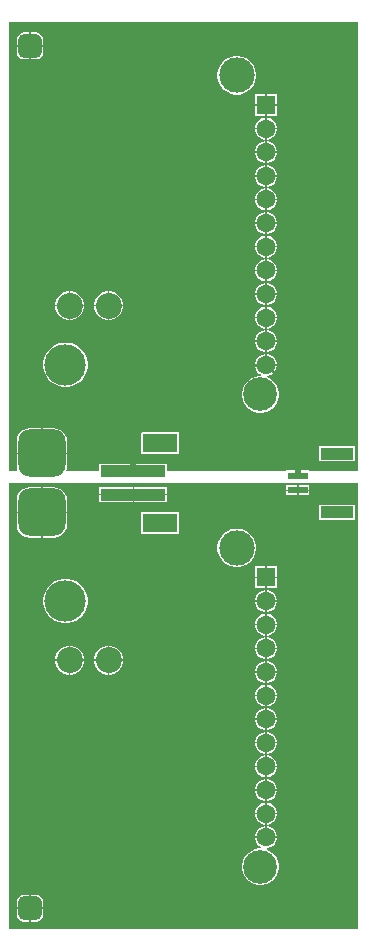
<source format=gtl>
G04*
G04 #@! TF.GenerationSoftware,Altium Limited,Altium Designer,24.9.1 (31)*
G04*
G04 Layer_Physical_Order=1*
G04 Layer_Color=255*
%FSLAX44Y44*%
%MOMM*%
G71*
G04*
G04 #@! TF.SameCoordinates,B8B67402-8590-40DF-8F2E-53978CF21371*
G04*
G04*
G04 #@! TF.FilePolarity,Positive*
G04*
G01*
G75*
%ADD12C,0.2540*%
%ADD13R,3.0000X1.6000*%
%ADD14R,5.5000X1.0000*%
%ADD15R,1.7000X0.6000*%
%ADD16R,2.8000X1.0000*%
%ADD25C,0.5000*%
%ADD26C,2.2000*%
%ADD27C,2.8500*%
%ADD28C,3.0000*%
%ADD29C,1.6000*%
%ADD30R,1.6000X1.6000*%
G04:AMPARAMS|DCode=31|XSize=4mm|YSize=4mm|CornerRadius=1mm|HoleSize=0mm|Usage=FLASHONLY|Rotation=0.000|XOffset=0mm|YOffset=0mm|HoleType=Round|Shape=RoundedRectangle|*
%AMROUNDEDRECTD31*
21,1,4.0000,2.0000,0,0,0.0*
21,1,2.0000,4.0000,0,0,0.0*
1,1,2.0000,1.0000,-1.0000*
1,1,2.0000,-1.0000,-1.0000*
1,1,2.0000,-1.0000,1.0000*
1,1,2.0000,1.0000,1.0000*
%
%ADD31ROUNDEDRECTD31*%
G04:AMPARAMS|DCode=32|XSize=2mm|YSize=2mm|CornerRadius=0.5mm|HoleSize=0mm|Usage=FLASHONLY|Rotation=0.000|XOffset=0mm|YOffset=0mm|HoleType=Round|Shape=RoundedRectangle|*
%AMROUNDEDRECTD32*
21,1,2.0000,1.0000,0,0,0.0*
21,1,1.0000,2.0000,0,0,0.0*
1,1,1.0000,0.5000,-0.5000*
1,1,1.0000,-0.5000,-0.5000*
1,1,1.0000,-0.5000,0.5000*
1,1,1.0000,0.5000,0.5000*
%
%ADD32ROUNDEDRECTD32*%
%ADD33C,3.5000*%
G36*
X-302039Y102039D02*
X-597961D01*
Y480000D01*
X-302039D01*
Y102039D01*
D02*
G37*
G36*
Y490000D02*
X-343480D01*
Y490520D01*
X-363020D01*
Y490000D01*
X-463730D01*
Y496270D01*
X-491865D01*
Y490000D01*
X-493135D01*
Y496270D01*
X-521270D01*
Y490000D01*
X-548730D01*
X-549435Y491056D01*
X-549020Y492058D01*
X-548633Y495000D01*
Y504365D01*
X-591367D01*
Y495000D01*
X-590980Y492058D01*
X-590565Y491056D01*
X-591270Y490000D01*
X-597961D01*
Y870000D01*
X-302039D01*
Y490000D01*
D02*
G37*
%LPC*%
G36*
X-343480Y478020D02*
X-352615D01*
Y474385D01*
X-343480D01*
Y478020D01*
D02*
G37*
G36*
X-353885D02*
X-363020D01*
Y474385D01*
X-353885D01*
Y478020D01*
D02*
G37*
G36*
X-463730Y476270D02*
X-491865D01*
Y470635D01*
X-463730D01*
Y476270D01*
D02*
G37*
G36*
X-493135D02*
X-521270D01*
Y470635D01*
X-493135D01*
Y476270D01*
D02*
G37*
G36*
X-343480Y473115D02*
X-352615D01*
Y469480D01*
X-343480D01*
Y473115D01*
D02*
G37*
G36*
X-353885D02*
X-363020D01*
Y469480D01*
X-353885D01*
Y473115D01*
D02*
G37*
G36*
X-463730Y469365D02*
X-491865D01*
Y463730D01*
X-463730D01*
Y469365D01*
D02*
G37*
G36*
X-493135D02*
X-521270D01*
Y463730D01*
X-493135D01*
Y469365D01*
D02*
G37*
G36*
X-560000Y476367D02*
X-569365D01*
Y455635D01*
X-548633D01*
Y465000D01*
X-549020Y467942D01*
X-550156Y470684D01*
X-551962Y473038D01*
X-554316Y474844D01*
X-557058Y475980D01*
X-560000Y476367D01*
D02*
G37*
G36*
X-570635D02*
X-580000D01*
X-582942Y475980D01*
X-585684Y474844D01*
X-588038Y473038D01*
X-589844Y470684D01*
X-590980Y467942D01*
X-591367Y465000D01*
Y455635D01*
X-570635D01*
Y476367D01*
D02*
G37*
G36*
X-304480Y461520D02*
X-335020D01*
Y448980D01*
X-304480D01*
Y461520D01*
D02*
G37*
G36*
X-453730Y455270D02*
X-486270D01*
Y436730D01*
X-453730D01*
Y455270D01*
D02*
G37*
G36*
X-548633Y454365D02*
X-569365D01*
Y433633D01*
X-560000D01*
X-557058Y434020D01*
X-554316Y435156D01*
X-551962Y436962D01*
X-550156Y439316D01*
X-549020Y442058D01*
X-548633Y445000D01*
Y454365D01*
D02*
G37*
G36*
X-570635D02*
X-591367D01*
Y445000D01*
X-590980Y442058D01*
X-589844Y439316D01*
X-588038Y436962D01*
X-585684Y435156D01*
X-582942Y434020D01*
X-580000Y433633D01*
X-570635D01*
Y454365D01*
D02*
G37*
G36*
X-403397Y441270D02*
X-406603D01*
X-409746Y440645D01*
X-412707Y439418D01*
X-415372Y437638D01*
X-417638Y435372D01*
X-419418Y432707D01*
X-420645Y429746D01*
X-421270Y426603D01*
Y423398D01*
X-420645Y420254D01*
X-419418Y417293D01*
X-417638Y414628D01*
X-415372Y412362D01*
X-412707Y410582D01*
X-409746Y409355D01*
X-406603Y408730D01*
X-403397D01*
X-400254Y409355D01*
X-397293Y410582D01*
X-394628Y412362D01*
X-392362Y414628D01*
X-390582Y417293D01*
X-389355Y420254D01*
X-388730Y423398D01*
Y426603D01*
X-389355Y429746D01*
X-390582Y432707D01*
X-392362Y435372D01*
X-394628Y437638D01*
X-397293Y439418D01*
X-400254Y440645D01*
X-403397Y441270D01*
D02*
G37*
G36*
X-370730Y409270D02*
X-379365D01*
Y400635D01*
X-370730D01*
Y409270D01*
D02*
G37*
G36*
X-380635D02*
X-389270D01*
Y400635D01*
X-380635D01*
Y409270D01*
D02*
G37*
G36*
X-370730Y399365D02*
X-379365D01*
Y390730D01*
X-370730D01*
Y399365D01*
D02*
G37*
G36*
X-380635D02*
X-389270D01*
Y390730D01*
X-380635D01*
Y399365D01*
D02*
G37*
G36*
X-378780Y389270D02*
X-379365D01*
Y380635D01*
X-370730D01*
Y381220D01*
X-371362Y383578D01*
X-372582Y385692D01*
X-374308Y387418D01*
X-376422Y388638D01*
X-378780Y389270D01*
D02*
G37*
G36*
X-380635D02*
X-381220D01*
X-383578Y388638D01*
X-385692Y387418D01*
X-387418Y385692D01*
X-388638Y383578D01*
X-389270Y381220D01*
Y380635D01*
X-380635D01*
Y389270D01*
D02*
G37*
G36*
X-370730Y379365D02*
X-379365D01*
Y370730D01*
X-378780D01*
X-376422Y371362D01*
X-374308Y372582D01*
X-372582Y374308D01*
X-371362Y376422D01*
X-370730Y378780D01*
Y379365D01*
D02*
G37*
G36*
X-380635D02*
X-389270D01*
Y378780D01*
X-388638Y376422D01*
X-387418Y374308D01*
X-385692Y372582D01*
X-383578Y371362D01*
X-381220Y370730D01*
X-380635D01*
Y379365D01*
D02*
G37*
G36*
X-548151Y398770D02*
X-551849D01*
X-555475Y398049D01*
X-558891Y396634D01*
X-561965Y394580D01*
X-564580Y391965D01*
X-566634Y388891D01*
X-568049Y385475D01*
X-568770Y381849D01*
Y378151D01*
X-568049Y374525D01*
X-566634Y371109D01*
X-564580Y368035D01*
X-561965Y365420D01*
X-558891Y363366D01*
X-555475Y361951D01*
X-551849Y361230D01*
X-548151D01*
X-544525Y361951D01*
X-541109Y363366D01*
X-538035Y365420D01*
X-535420Y368035D01*
X-533366Y371109D01*
X-531951Y374525D01*
X-531230Y378151D01*
Y381849D01*
X-531951Y385475D01*
X-533366Y388891D01*
X-535420Y391965D01*
X-538035Y394580D01*
X-541109Y396634D01*
X-544525Y398049D01*
X-548151Y398770D01*
D02*
G37*
G36*
X-378780Y369270D02*
X-379365D01*
Y360635D01*
X-370730D01*
Y361220D01*
X-371362Y363578D01*
X-372582Y365692D01*
X-374308Y367418D01*
X-376422Y368638D01*
X-378780Y369270D01*
D02*
G37*
G36*
X-380635D02*
X-381220D01*
X-383578Y368638D01*
X-385692Y367418D01*
X-387418Y365692D01*
X-388638Y363578D01*
X-389270Y361220D01*
Y360635D01*
X-380635D01*
Y369270D01*
D02*
G37*
G36*
X-370730Y359365D02*
X-379365D01*
Y350730D01*
X-378780D01*
X-376422Y351362D01*
X-374308Y352582D01*
X-372582Y354308D01*
X-371362Y356422D01*
X-370730Y358780D01*
Y359365D01*
D02*
G37*
G36*
X-380635D02*
X-389270D01*
Y358780D01*
X-388638Y356422D01*
X-387418Y354308D01*
X-385692Y352582D01*
X-383578Y351362D01*
X-381220Y350730D01*
X-380635D01*
Y359365D01*
D02*
G37*
G36*
X-378780Y349270D02*
X-379365D01*
Y340635D01*
X-370730D01*
Y341220D01*
X-371362Y343578D01*
X-372582Y345692D01*
X-374308Y347418D01*
X-376422Y348638D01*
X-378780Y349270D01*
D02*
G37*
G36*
X-380635D02*
X-381220D01*
X-383578Y348638D01*
X-385692Y347418D01*
X-387418Y345692D01*
X-388638Y343578D01*
X-389270Y341220D01*
Y340635D01*
X-380635D01*
Y349270D01*
D02*
G37*
G36*
X-370730Y339365D02*
X-379365D01*
Y330730D01*
X-378780D01*
X-376422Y331362D01*
X-374308Y332582D01*
X-372582Y334308D01*
X-371362Y336422D01*
X-370730Y338780D01*
Y339365D01*
D02*
G37*
G36*
X-380635D02*
X-389270D01*
Y338780D01*
X-388638Y336422D01*
X-387418Y334308D01*
X-385692Y332582D01*
X-383578Y331362D01*
X-381220Y330730D01*
X-380635D01*
Y339365D01*
D02*
G37*
G36*
X-511885Y342270D02*
X-512865D01*
Y330635D01*
X-501230D01*
Y331615D01*
X-502066Y334736D01*
X-503682Y337534D01*
X-505966Y339818D01*
X-508764Y341434D01*
X-511885Y342270D01*
D02*
G37*
G36*
X-544885D02*
X-545865D01*
Y330635D01*
X-534230D01*
Y331615D01*
X-535066Y334736D01*
X-536682Y337534D01*
X-538966Y339818D01*
X-541764Y341434D01*
X-544885Y342270D01*
D02*
G37*
G36*
X-547135D02*
X-548115D01*
X-551236Y341434D01*
X-554034Y339818D01*
X-556318Y337534D01*
X-557934Y334736D01*
X-558770Y331615D01*
Y330635D01*
X-547135D01*
Y342270D01*
D02*
G37*
G36*
X-514135D02*
X-515115D01*
X-518236Y341434D01*
X-521034Y339818D01*
X-523318Y337534D01*
X-524934Y334736D01*
X-525770Y331615D01*
Y330635D01*
X-514135D01*
Y342270D01*
D02*
G37*
G36*
X-378780Y329270D02*
X-379365D01*
Y320635D01*
X-370730D01*
Y321220D01*
X-371362Y323578D01*
X-372582Y325692D01*
X-374308Y327418D01*
X-376422Y328638D01*
X-378780Y329270D01*
D02*
G37*
G36*
X-380635D02*
X-381220D01*
X-383578Y328638D01*
X-385692Y327418D01*
X-387418Y325692D01*
X-388638Y323578D01*
X-389270Y321220D01*
Y320635D01*
X-380635D01*
Y329270D01*
D02*
G37*
G36*
X-501230Y329365D02*
X-512865D01*
Y317730D01*
X-511885D01*
X-508764Y318566D01*
X-505966Y320182D01*
X-503682Y322466D01*
X-502066Y325264D01*
X-501230Y328385D01*
Y329365D01*
D02*
G37*
G36*
X-514135D02*
X-525770D01*
Y328385D01*
X-524934Y325264D01*
X-523318Y322466D01*
X-521034Y320182D01*
X-518236Y318566D01*
X-515115Y317730D01*
X-514135D01*
Y329365D01*
D02*
G37*
G36*
X-534230D02*
X-545865D01*
Y317730D01*
X-544885D01*
X-541764Y318566D01*
X-538966Y320182D01*
X-536682Y322466D01*
X-535066Y325264D01*
X-534230Y328385D01*
Y329365D01*
D02*
G37*
G36*
X-547135D02*
X-558770D01*
Y328385D01*
X-557934Y325264D01*
X-556318Y322466D01*
X-554034Y320182D01*
X-551236Y318566D01*
X-548115Y317730D01*
X-547135D01*
Y329365D01*
D02*
G37*
G36*
X-370730Y319365D02*
X-379365D01*
Y310730D01*
X-378780D01*
X-376422Y311362D01*
X-374308Y312582D01*
X-372582Y314308D01*
X-371362Y316422D01*
X-370730Y318780D01*
Y319365D01*
D02*
G37*
G36*
X-380635D02*
X-389270D01*
Y318780D01*
X-388638Y316422D01*
X-387418Y314308D01*
X-385692Y312582D01*
X-383578Y311362D01*
X-381220Y310730D01*
X-380635D01*
Y319365D01*
D02*
G37*
G36*
X-378780Y309270D02*
X-379365D01*
Y300635D01*
X-370730D01*
Y301220D01*
X-371362Y303578D01*
X-372582Y305692D01*
X-374308Y307418D01*
X-376422Y308638D01*
X-378780Y309270D01*
D02*
G37*
G36*
X-380635D02*
X-381220D01*
X-383578Y308638D01*
X-385692Y307418D01*
X-387418Y305692D01*
X-388638Y303578D01*
X-389270Y301220D01*
Y300635D01*
X-380635D01*
Y309270D01*
D02*
G37*
G36*
X-370730Y299365D02*
X-379365D01*
Y290730D01*
X-378780D01*
X-376422Y291362D01*
X-374308Y292582D01*
X-372582Y294308D01*
X-371362Y296422D01*
X-370730Y298780D01*
Y299365D01*
D02*
G37*
G36*
X-380635D02*
X-389270D01*
Y298780D01*
X-388638Y296422D01*
X-387418Y294308D01*
X-385692Y292582D01*
X-383578Y291362D01*
X-381220Y290730D01*
X-380635D01*
Y299365D01*
D02*
G37*
G36*
X-378780Y289270D02*
X-379365D01*
Y280635D01*
X-370730D01*
Y281220D01*
X-371362Y283578D01*
X-372582Y285692D01*
X-374308Y287418D01*
X-376422Y288638D01*
X-378780Y289270D01*
D02*
G37*
G36*
X-380635D02*
X-381220D01*
X-383578Y288638D01*
X-385692Y287418D01*
X-387418Y285692D01*
X-388638Y283578D01*
X-389270Y281220D01*
Y280635D01*
X-380635D01*
Y289270D01*
D02*
G37*
G36*
X-370730Y279365D02*
X-379365D01*
Y270730D01*
X-378780D01*
X-376422Y271362D01*
X-374308Y272582D01*
X-372582Y274308D01*
X-371362Y276422D01*
X-370730Y278780D01*
Y279365D01*
D02*
G37*
G36*
X-380635D02*
X-389270D01*
Y278780D01*
X-388638Y276422D01*
X-387418Y274308D01*
X-385692Y272582D01*
X-383578Y271362D01*
X-381220Y270730D01*
X-380635D01*
Y279365D01*
D02*
G37*
G36*
X-378780Y269270D02*
X-379365D01*
Y260635D01*
X-370730D01*
Y261220D01*
X-371362Y263578D01*
X-372582Y265692D01*
X-374308Y267418D01*
X-376422Y268638D01*
X-378780Y269270D01*
D02*
G37*
G36*
X-380635D02*
X-381220D01*
X-383578Y268638D01*
X-385692Y267418D01*
X-387418Y265692D01*
X-388638Y263578D01*
X-389270Y261220D01*
Y260635D01*
X-380635D01*
Y269270D01*
D02*
G37*
G36*
X-370730Y259365D02*
X-379365D01*
Y250730D01*
X-378780D01*
X-376422Y251362D01*
X-374308Y252582D01*
X-372582Y254308D01*
X-371362Y256422D01*
X-370730Y258780D01*
Y259365D01*
D02*
G37*
G36*
X-380635D02*
X-389270D01*
Y258780D01*
X-388638Y256422D01*
X-387418Y254308D01*
X-385692Y252582D01*
X-383578Y251362D01*
X-381220Y250730D01*
X-380635D01*
Y259365D01*
D02*
G37*
G36*
X-378780Y249270D02*
X-379365D01*
Y240635D01*
X-370730D01*
Y241220D01*
X-371362Y243578D01*
X-372582Y245692D01*
X-374308Y247418D01*
X-376422Y248638D01*
X-378780Y249270D01*
D02*
G37*
G36*
X-380635D02*
X-381220D01*
X-383578Y248638D01*
X-385692Y247418D01*
X-387418Y245692D01*
X-388638Y243578D01*
X-389270Y241220D01*
Y240635D01*
X-380635D01*
Y249270D01*
D02*
G37*
G36*
X-370730Y239365D02*
X-379365D01*
Y230730D01*
X-378780D01*
X-376422Y231362D01*
X-374308Y232582D01*
X-372582Y234308D01*
X-371362Y236422D01*
X-370730Y238780D01*
Y239365D01*
D02*
G37*
G36*
X-380635D02*
X-389270D01*
Y238780D01*
X-388638Y236422D01*
X-387418Y234308D01*
X-385692Y232582D01*
X-383578Y231362D01*
X-381220Y230730D01*
X-380635D01*
Y239365D01*
D02*
G37*
G36*
X-378780Y229270D02*
X-379365D01*
Y220635D01*
X-370730D01*
Y221220D01*
X-371362Y223578D01*
X-372582Y225692D01*
X-374308Y227418D01*
X-376422Y228638D01*
X-378780Y229270D01*
D02*
G37*
G36*
X-380635D02*
X-381220D01*
X-383578Y228638D01*
X-385692Y227418D01*
X-387418Y225692D01*
X-388638Y223578D01*
X-389270Y221220D01*
Y220635D01*
X-380635D01*
Y229270D01*
D02*
G37*
G36*
X-370730Y219365D02*
X-379365D01*
Y210730D01*
X-378780D01*
X-376422Y211362D01*
X-374308Y212582D01*
X-372582Y214308D01*
X-371362Y216422D01*
X-370730Y218780D01*
Y219365D01*
D02*
G37*
G36*
X-380635D02*
X-389270D01*
Y218780D01*
X-388638Y216422D01*
X-387418Y214308D01*
X-385692Y212582D01*
X-383578Y211362D01*
X-381220Y210730D01*
X-380635D01*
Y219365D01*
D02*
G37*
G36*
X-378780Y209270D02*
X-379365D01*
Y200635D01*
X-370730D01*
Y201220D01*
X-371362Y203578D01*
X-372582Y205692D01*
X-374308Y207418D01*
X-376422Y208638D01*
X-378780Y209270D01*
D02*
G37*
G36*
X-380635D02*
X-381220D01*
X-383578Y208638D01*
X-385692Y207418D01*
X-387418Y205692D01*
X-388638Y203578D01*
X-389270Y201220D01*
Y200635D01*
X-380635D01*
Y209270D01*
D02*
G37*
G36*
X-370730Y199365D02*
X-379365D01*
Y190730D01*
X-378780D01*
X-376422Y191362D01*
X-374308Y192582D01*
X-372582Y194308D01*
X-371362Y196422D01*
X-370730Y198780D01*
Y199365D01*
D02*
G37*
G36*
X-380635D02*
X-389270D01*
Y198780D01*
X-388638Y196422D01*
X-387418Y194308D01*
X-385692Y192582D01*
X-383578Y191362D01*
X-381220Y190730D01*
X-380635D01*
Y199365D01*
D02*
G37*
G36*
X-378780Y189270D02*
X-379365D01*
Y180635D01*
X-370730D01*
Y181220D01*
X-371362Y183578D01*
X-372582Y185692D01*
X-374308Y187418D01*
X-376422Y188638D01*
X-378780Y189270D01*
D02*
G37*
G36*
X-380635D02*
X-381220D01*
X-383578Y188638D01*
X-385692Y187418D01*
X-387418Y185692D01*
X-388638Y183578D01*
X-389270Y181220D01*
Y180635D01*
X-380635D01*
Y189270D01*
D02*
G37*
G36*
X-370730Y179365D02*
X-380000D01*
X-389270D01*
Y178780D01*
X-388638Y176422D01*
X-387418Y174308D01*
X-385692Y172582D01*
X-384320Y171790D01*
X-384660Y170520D01*
X-386529D01*
X-389527Y169923D01*
X-392351Y168754D01*
X-394893Y167055D01*
X-397055Y164893D01*
X-398754Y162351D01*
X-399924Y159527D01*
X-400520Y156529D01*
Y153471D01*
X-399924Y150473D01*
X-398754Y147648D01*
X-397055Y145107D01*
X-394893Y142945D01*
X-392351Y141246D01*
X-389527Y140077D01*
X-386529Y139480D01*
X-383471D01*
X-380473Y140077D01*
X-377649Y141246D01*
X-375107Y142945D01*
X-372945Y145107D01*
X-371246Y147648D01*
X-370076Y150473D01*
X-369480Y153471D01*
Y156529D01*
X-370076Y159527D01*
X-371246Y162351D01*
X-372945Y164893D01*
X-375107Y167055D01*
X-377649Y168754D01*
X-379354Y169460D01*
X-379101Y170730D01*
X-378780D01*
X-376422Y171362D01*
X-374308Y172582D01*
X-372582Y174308D01*
X-371362Y176422D01*
X-370730Y178780D01*
Y179365D01*
D02*
G37*
G36*
X-575000Y131393D02*
X-579365D01*
Y120635D01*
X-568607D01*
Y125000D01*
X-569094Y127446D01*
X-570480Y129520D01*
X-572554Y130906D01*
X-575000Y131393D01*
D02*
G37*
G36*
X-580635D02*
X-585000D01*
X-587447Y130906D01*
X-589520Y129520D01*
X-590906Y127446D01*
X-591393Y125000D01*
Y120635D01*
X-580635D01*
Y131393D01*
D02*
G37*
G36*
X-568607Y119365D02*
X-579365D01*
Y108607D01*
X-575000D01*
X-572554Y109094D01*
X-570480Y110480D01*
X-569094Y112554D01*
X-568607Y115000D01*
Y119365D01*
D02*
G37*
G36*
X-580635D02*
X-591393D01*
Y115000D01*
X-590906Y112554D01*
X-589520Y110480D01*
X-587447Y109094D01*
X-585000Y108607D01*
X-580635D01*
Y119365D01*
D02*
G37*
G36*
X-575000Y861393D02*
X-579365D01*
Y850635D01*
X-568607D01*
Y855000D01*
X-569094Y857446D01*
X-570480Y859520D01*
X-572554Y860906D01*
X-575000Y861393D01*
D02*
G37*
G36*
X-580635D02*
X-585000D01*
X-587447Y860906D01*
X-589520Y859520D01*
X-590906Y857446D01*
X-591393Y855000D01*
Y850635D01*
X-580635D01*
Y861393D01*
D02*
G37*
G36*
X-568607Y849365D02*
X-579365D01*
Y838607D01*
X-575000D01*
X-572554Y839094D01*
X-570480Y840480D01*
X-569094Y842554D01*
X-568607Y845000D01*
Y849365D01*
D02*
G37*
G36*
X-580635D02*
X-591393D01*
Y845000D01*
X-590906Y842554D01*
X-589520Y840480D01*
X-587447Y839094D01*
X-585000Y838607D01*
X-580635D01*
Y849365D01*
D02*
G37*
G36*
X-403397Y841270D02*
X-406603D01*
X-409746Y840645D01*
X-412707Y839418D01*
X-415372Y837638D01*
X-417638Y835371D01*
X-419418Y832707D01*
X-420645Y829746D01*
X-421270Y826602D01*
Y823398D01*
X-420645Y820254D01*
X-419418Y817293D01*
X-417638Y814629D01*
X-415372Y812362D01*
X-412707Y810582D01*
X-409746Y809355D01*
X-406603Y808730D01*
X-403397D01*
X-400254Y809355D01*
X-397293Y810582D01*
X-394628Y812362D01*
X-392362Y814629D01*
X-390582Y817293D01*
X-389355Y820254D01*
X-388730Y823398D01*
Y826602D01*
X-389355Y829746D01*
X-390582Y832707D01*
X-392362Y835371D01*
X-394628Y837638D01*
X-397293Y839418D01*
X-400254Y840645D01*
X-403397Y841270D01*
D02*
G37*
G36*
X-370730Y809270D02*
X-379365D01*
Y800635D01*
X-370730D01*
Y809270D01*
D02*
G37*
G36*
X-380635D02*
X-389270D01*
Y800635D01*
X-380635D01*
Y809270D01*
D02*
G37*
G36*
X-370730Y799365D02*
X-379365D01*
Y790730D01*
X-370730D01*
Y799365D01*
D02*
G37*
G36*
X-380635D02*
X-389270D01*
Y790730D01*
X-380635D01*
Y799365D01*
D02*
G37*
G36*
X-378780Y789270D02*
X-379365D01*
Y780635D01*
X-370730D01*
Y781220D01*
X-371362Y783578D01*
X-372582Y785692D01*
X-374308Y787418D01*
X-376422Y788638D01*
X-378780Y789270D01*
D02*
G37*
G36*
X-380635D02*
X-381220D01*
X-383578Y788638D01*
X-385692Y787418D01*
X-387418Y785692D01*
X-388638Y783578D01*
X-389270Y781220D01*
Y780635D01*
X-380635D01*
Y789270D01*
D02*
G37*
G36*
X-370730Y779365D02*
X-379365D01*
Y770730D01*
X-378780D01*
X-376422Y771362D01*
X-374308Y772582D01*
X-372582Y774308D01*
X-371362Y776422D01*
X-370730Y778780D01*
Y779365D01*
D02*
G37*
G36*
X-380635D02*
X-389270D01*
Y778780D01*
X-388638Y776422D01*
X-387418Y774308D01*
X-385692Y772582D01*
X-383578Y771362D01*
X-381220Y770730D01*
X-380635D01*
Y779365D01*
D02*
G37*
G36*
X-378780Y769270D02*
X-379365D01*
Y760635D01*
X-370730D01*
Y761220D01*
X-371362Y763578D01*
X-372582Y765692D01*
X-374308Y767418D01*
X-376422Y768638D01*
X-378780Y769270D01*
D02*
G37*
G36*
X-380635D02*
X-381220D01*
X-383578Y768638D01*
X-385692Y767418D01*
X-387418Y765692D01*
X-388638Y763578D01*
X-389270Y761220D01*
Y760635D01*
X-380635D01*
Y769270D01*
D02*
G37*
G36*
X-370730Y759365D02*
X-379365D01*
Y750730D01*
X-378780D01*
X-376422Y751362D01*
X-374308Y752582D01*
X-372582Y754308D01*
X-371362Y756422D01*
X-370730Y758780D01*
Y759365D01*
D02*
G37*
G36*
X-380635D02*
X-389270D01*
Y758780D01*
X-388638Y756422D01*
X-387418Y754308D01*
X-385692Y752582D01*
X-383578Y751362D01*
X-381220Y750730D01*
X-380635D01*
Y759365D01*
D02*
G37*
G36*
X-378780Y749270D02*
X-379365D01*
Y740635D01*
X-370730D01*
Y741220D01*
X-371362Y743578D01*
X-372582Y745692D01*
X-374308Y747418D01*
X-376422Y748638D01*
X-378780Y749270D01*
D02*
G37*
G36*
X-380635D02*
X-381220D01*
X-383578Y748638D01*
X-385692Y747418D01*
X-387418Y745692D01*
X-388638Y743578D01*
X-389270Y741220D01*
Y740635D01*
X-380635D01*
Y749270D01*
D02*
G37*
G36*
X-370730Y739365D02*
X-379365D01*
Y730730D01*
X-378780D01*
X-376422Y731362D01*
X-374308Y732582D01*
X-372582Y734308D01*
X-371362Y736422D01*
X-370730Y738780D01*
Y739365D01*
D02*
G37*
G36*
X-380635D02*
X-389270D01*
Y738780D01*
X-388638Y736422D01*
X-387418Y734308D01*
X-385692Y732582D01*
X-383578Y731362D01*
X-381220Y730730D01*
X-380635D01*
Y739365D01*
D02*
G37*
G36*
X-378780Y729270D02*
X-379365D01*
Y720635D01*
X-370730D01*
Y721220D01*
X-371362Y723578D01*
X-372582Y725692D01*
X-374308Y727418D01*
X-376422Y728638D01*
X-378780Y729270D01*
D02*
G37*
G36*
X-380635D02*
X-381220D01*
X-383578Y728638D01*
X-385692Y727418D01*
X-387418Y725692D01*
X-388638Y723578D01*
X-389270Y721220D01*
Y720635D01*
X-380635D01*
Y729270D01*
D02*
G37*
G36*
X-370730Y719365D02*
X-379365D01*
Y710730D01*
X-378780D01*
X-376422Y711362D01*
X-374308Y712582D01*
X-372582Y714308D01*
X-371362Y716422D01*
X-370730Y718780D01*
Y719365D01*
D02*
G37*
G36*
X-380635D02*
X-389270D01*
Y718780D01*
X-388638Y716422D01*
X-387418Y714308D01*
X-385692Y712582D01*
X-383578Y711362D01*
X-381220Y710730D01*
X-380635D01*
Y719365D01*
D02*
G37*
G36*
X-378780Y709270D02*
X-379365D01*
Y700635D01*
X-370730D01*
Y701220D01*
X-371362Y703578D01*
X-372582Y705692D01*
X-374308Y707418D01*
X-376422Y708638D01*
X-378780Y709270D01*
D02*
G37*
G36*
X-380635D02*
X-381220D01*
X-383578Y708638D01*
X-385692Y707418D01*
X-387418Y705692D01*
X-388638Y703578D01*
X-389270Y701220D01*
Y700635D01*
X-380635D01*
Y709270D01*
D02*
G37*
G36*
X-370730Y699365D02*
X-379365D01*
Y690730D01*
X-378780D01*
X-376422Y691362D01*
X-374308Y692582D01*
X-372582Y694308D01*
X-371362Y696422D01*
X-370730Y698780D01*
Y699365D01*
D02*
G37*
G36*
X-380635D02*
X-389270D01*
Y698780D01*
X-388638Y696422D01*
X-387418Y694308D01*
X-385692Y692582D01*
X-383578Y691362D01*
X-381220Y690730D01*
X-380635D01*
Y699365D01*
D02*
G37*
G36*
X-378780Y689270D02*
X-379365D01*
Y680635D01*
X-370730D01*
Y681220D01*
X-371362Y683578D01*
X-372582Y685692D01*
X-374308Y687418D01*
X-376422Y688638D01*
X-378780Y689270D01*
D02*
G37*
G36*
X-380635D02*
X-381220D01*
X-383578Y688638D01*
X-385692Y687418D01*
X-387418Y685692D01*
X-388638Y683578D01*
X-389270Y681220D01*
Y680635D01*
X-380635D01*
Y689270D01*
D02*
G37*
G36*
X-370730Y679365D02*
X-379365D01*
Y670730D01*
X-378780D01*
X-376422Y671362D01*
X-374308Y672582D01*
X-372582Y674308D01*
X-371362Y676422D01*
X-370730Y678780D01*
Y679365D01*
D02*
G37*
G36*
X-380635D02*
X-389270D01*
Y678780D01*
X-388638Y676422D01*
X-387418Y674308D01*
X-385692Y672582D01*
X-383578Y671362D01*
X-381220Y670730D01*
X-380635D01*
Y679365D01*
D02*
G37*
G36*
X-378780Y669270D02*
X-379365D01*
Y660635D01*
X-370730D01*
Y661220D01*
X-371362Y663578D01*
X-372582Y665692D01*
X-374308Y667418D01*
X-376422Y668638D01*
X-378780Y669270D01*
D02*
G37*
G36*
X-380635D02*
X-381220D01*
X-383578Y668638D01*
X-385692Y667418D01*
X-387418Y665692D01*
X-388638Y663578D01*
X-389270Y661220D01*
Y660635D01*
X-380635D01*
Y669270D01*
D02*
G37*
G36*
X-370730Y659365D02*
X-379365D01*
Y650730D01*
X-378780D01*
X-376422Y651362D01*
X-374308Y652582D01*
X-372582Y654308D01*
X-371362Y656422D01*
X-370730Y658780D01*
Y659365D01*
D02*
G37*
G36*
X-380635D02*
X-389270D01*
Y658780D01*
X-388638Y656422D01*
X-387418Y654308D01*
X-385692Y652582D01*
X-383578Y651362D01*
X-381220Y650730D01*
X-380635D01*
Y659365D01*
D02*
G37*
G36*
X-378780Y649270D02*
X-379365D01*
Y640635D01*
X-370730D01*
Y641220D01*
X-371362Y643578D01*
X-372582Y645692D01*
X-374308Y647418D01*
X-376422Y648638D01*
X-378780Y649270D01*
D02*
G37*
G36*
X-380635D02*
X-381220D01*
X-383578Y648638D01*
X-385692Y647418D01*
X-387418Y645692D01*
X-388638Y643578D01*
X-389270Y641220D01*
Y640635D01*
X-380635D01*
Y649270D01*
D02*
G37*
G36*
X-370730Y639365D02*
X-379365D01*
Y630730D01*
X-378780D01*
X-376422Y631362D01*
X-374308Y632582D01*
X-372582Y634308D01*
X-371362Y636422D01*
X-370730Y638780D01*
Y639365D01*
D02*
G37*
G36*
X-380635D02*
X-389270D01*
Y638780D01*
X-388638Y636422D01*
X-387418Y634308D01*
X-385692Y632582D01*
X-383578Y631362D01*
X-381220Y630730D01*
X-380635D01*
Y639365D01*
D02*
G37*
G36*
X-511885Y642270D02*
X-512865D01*
Y630635D01*
X-501230D01*
Y631615D01*
X-502066Y634736D01*
X-503682Y637534D01*
X-505966Y639818D01*
X-508764Y641434D01*
X-511885Y642270D01*
D02*
G37*
G36*
X-544885D02*
X-545865D01*
Y630635D01*
X-534230D01*
Y631615D01*
X-535066Y634736D01*
X-536682Y637534D01*
X-538966Y639818D01*
X-541764Y641434D01*
X-544885Y642270D01*
D02*
G37*
G36*
X-514135D02*
X-515115D01*
X-518236Y641434D01*
X-521034Y639818D01*
X-523318Y637534D01*
X-524934Y634736D01*
X-525770Y631615D01*
Y630635D01*
X-514135D01*
Y642270D01*
D02*
G37*
G36*
X-547135D02*
X-548115D01*
X-551236Y641434D01*
X-554034Y639818D01*
X-556318Y637534D01*
X-557934Y634736D01*
X-558770Y631615D01*
Y630635D01*
X-547135D01*
Y642270D01*
D02*
G37*
G36*
X-378780Y629270D02*
X-379365D01*
Y620635D01*
X-370730D01*
Y621220D01*
X-371362Y623578D01*
X-372582Y625692D01*
X-374308Y627418D01*
X-376422Y628638D01*
X-378780Y629270D01*
D02*
G37*
G36*
X-380635D02*
X-381220D01*
X-383578Y628638D01*
X-385692Y627418D01*
X-387418Y625692D01*
X-388638Y623578D01*
X-389270Y621220D01*
Y620635D01*
X-380635D01*
Y629270D01*
D02*
G37*
G36*
X-501230Y629365D02*
X-512865D01*
Y617730D01*
X-511885D01*
X-508764Y618566D01*
X-505966Y620182D01*
X-503682Y622466D01*
X-502066Y625264D01*
X-501230Y628385D01*
Y629365D01*
D02*
G37*
G36*
X-514135D02*
X-525770D01*
Y628385D01*
X-524934Y625264D01*
X-523318Y622466D01*
X-521034Y620182D01*
X-518236Y618566D01*
X-515115Y617730D01*
X-514135D01*
Y629365D01*
D02*
G37*
G36*
X-534230D02*
X-545865D01*
Y617730D01*
X-544885D01*
X-541764Y618566D01*
X-538966Y620182D01*
X-536682Y622466D01*
X-535066Y625264D01*
X-534230Y628385D01*
Y629365D01*
D02*
G37*
G36*
X-547135D02*
X-558770D01*
Y628385D01*
X-557934Y625264D01*
X-556318Y622466D01*
X-554034Y620182D01*
X-551236Y618566D01*
X-548115Y617730D01*
X-547135D01*
Y629365D01*
D02*
G37*
G36*
X-370730Y619365D02*
X-379365D01*
Y610730D01*
X-378780D01*
X-376422Y611362D01*
X-374308Y612582D01*
X-372582Y614308D01*
X-371362Y616422D01*
X-370730Y618780D01*
Y619365D01*
D02*
G37*
G36*
X-380635D02*
X-389270D01*
Y618780D01*
X-388638Y616422D01*
X-387418Y614308D01*
X-385692Y612582D01*
X-383578Y611362D01*
X-381220Y610730D01*
X-380635D01*
Y619365D01*
D02*
G37*
G36*
X-378780Y609270D02*
X-379365D01*
Y600635D01*
X-370730D01*
Y601220D01*
X-371362Y603578D01*
X-372582Y605692D01*
X-374308Y607418D01*
X-376422Y608638D01*
X-378780Y609270D01*
D02*
G37*
G36*
X-380635D02*
X-381220D01*
X-383578Y608638D01*
X-385692Y607418D01*
X-387418Y605692D01*
X-388638Y603578D01*
X-389270Y601220D01*
Y600635D01*
X-380635D01*
Y609270D01*
D02*
G37*
G36*
X-370730Y599365D02*
X-379365D01*
Y590730D01*
X-378780D01*
X-376422Y591362D01*
X-374308Y592582D01*
X-372582Y594308D01*
X-371362Y596422D01*
X-370730Y598780D01*
Y599365D01*
D02*
G37*
G36*
X-380635D02*
X-389270D01*
Y598780D01*
X-388638Y596422D01*
X-387418Y594308D01*
X-385692Y592582D01*
X-383578Y591362D01*
X-381220Y590730D01*
X-380635D01*
Y599365D01*
D02*
G37*
G36*
X-378780Y589270D02*
X-379365D01*
Y580635D01*
X-370730D01*
Y581220D01*
X-371362Y583578D01*
X-372582Y585692D01*
X-374308Y587418D01*
X-376422Y588638D01*
X-378780Y589270D01*
D02*
G37*
G36*
X-380635D02*
X-381220D01*
X-383578Y588638D01*
X-385692Y587418D01*
X-387418Y585692D01*
X-388638Y583578D01*
X-389270Y581220D01*
Y580635D01*
X-380635D01*
Y589270D01*
D02*
G37*
G36*
X-548151Y598770D02*
X-551849D01*
X-555475Y598049D01*
X-558891Y596634D01*
X-561965Y594580D01*
X-564580Y591965D01*
X-566634Y588891D01*
X-568049Y585475D01*
X-568770Y581849D01*
Y578151D01*
X-568049Y574525D01*
X-566634Y571109D01*
X-564580Y568035D01*
X-561965Y565420D01*
X-558891Y563366D01*
X-555475Y561951D01*
X-551849Y561230D01*
X-548151D01*
X-544525Y561951D01*
X-541109Y563366D01*
X-538035Y565420D01*
X-535420Y568035D01*
X-533366Y571109D01*
X-531951Y574525D01*
X-531230Y578151D01*
Y581849D01*
X-531951Y585475D01*
X-533366Y588891D01*
X-535420Y591965D01*
X-538035Y594580D01*
X-541109Y596634D01*
X-544525Y598049D01*
X-548151Y598770D01*
D02*
G37*
G36*
X-370730Y579365D02*
X-380000D01*
X-389270D01*
Y578780D01*
X-388638Y576422D01*
X-387418Y574308D01*
X-385692Y572582D01*
X-384320Y571790D01*
X-384660Y570520D01*
X-386529D01*
X-389527Y569924D01*
X-392351Y568754D01*
X-394893Y567055D01*
X-397055Y564893D01*
X-398754Y562351D01*
X-399924Y559527D01*
X-400520Y556529D01*
Y553471D01*
X-399924Y550473D01*
X-398754Y547649D01*
X-397055Y545107D01*
X-394893Y542945D01*
X-392351Y541246D01*
X-389527Y540076D01*
X-386529Y539480D01*
X-383471D01*
X-380473Y540076D01*
X-377649Y541246D01*
X-375107Y542945D01*
X-372945Y545107D01*
X-371246Y547649D01*
X-370076Y550473D01*
X-369480Y553471D01*
Y556529D01*
X-370076Y559527D01*
X-371246Y562351D01*
X-372945Y564893D01*
X-375107Y567055D01*
X-377649Y568754D01*
X-379354Y569460D01*
X-379101Y570730D01*
X-378780D01*
X-376422Y571362D01*
X-374308Y572582D01*
X-372582Y574308D01*
X-371362Y576422D01*
X-370730Y578780D01*
Y579365D01*
D02*
G37*
G36*
X-560000Y526367D02*
X-569365D01*
Y505635D01*
X-548633D01*
Y515000D01*
X-549020Y517942D01*
X-550156Y520684D01*
X-551962Y523038D01*
X-554316Y524844D01*
X-557058Y525980D01*
X-560000Y526367D01*
D02*
G37*
G36*
X-570635D02*
X-580000D01*
X-582942Y525980D01*
X-585684Y524844D01*
X-588038Y523038D01*
X-589844Y520684D01*
X-590980Y517942D01*
X-591367Y515000D01*
Y505635D01*
X-570635D01*
Y526367D01*
D02*
G37*
G36*
X-453730Y523270D02*
X-486270D01*
Y504730D01*
X-453730D01*
Y523270D01*
D02*
G37*
G36*
X-304480Y511020D02*
X-335020D01*
Y498480D01*
X-304480D01*
Y511020D01*
D02*
G37*
%LPD*%
D12*
X-430592Y580000D02*
X-380000D01*
X-492500Y518092D02*
X-430592Y580000D01*
X-380000D02*
X-353250Y553250D01*
D13*
X-470000Y446000D02*
D03*
Y514000D02*
D03*
D14*
X-492500Y470000D02*
D03*
Y490000D02*
D03*
D15*
X-353250Y473750D02*
D03*
Y486250D02*
D03*
D16*
X-319750Y504750D02*
D03*
Y455250D02*
D03*
D25*
X-492500Y490000D02*
Y518092D01*
X-353250Y486250D02*
Y553250D01*
D26*
X-513500Y630000D02*
D03*
X-546500D02*
D03*
X-513500Y330000D02*
D03*
X-546500D02*
D03*
D27*
X-385000Y555000D02*
D03*
Y155000D02*
D03*
D28*
X-405000Y825000D02*
D03*
Y425000D02*
D03*
D29*
X-380000Y620000D02*
D03*
Y580000D02*
D03*
Y780000D02*
D03*
Y760000D02*
D03*
Y740000D02*
D03*
Y720000D02*
D03*
Y700000D02*
D03*
Y680000D02*
D03*
Y660000D02*
D03*
Y640000D02*
D03*
Y600000D02*
D03*
Y220000D02*
D03*
Y180000D02*
D03*
Y380000D02*
D03*
Y360000D02*
D03*
Y340000D02*
D03*
Y320000D02*
D03*
Y300000D02*
D03*
Y280000D02*
D03*
Y260000D02*
D03*
Y240000D02*
D03*
Y200000D02*
D03*
D30*
Y800000D02*
D03*
Y400000D02*
D03*
D31*
X-570000Y455000D02*
D03*
Y505000D02*
D03*
D32*
X-580000Y120000D02*
D03*
Y850000D02*
D03*
D33*
X-550000Y580000D02*
D03*
Y380000D02*
D03*
M02*

</source>
